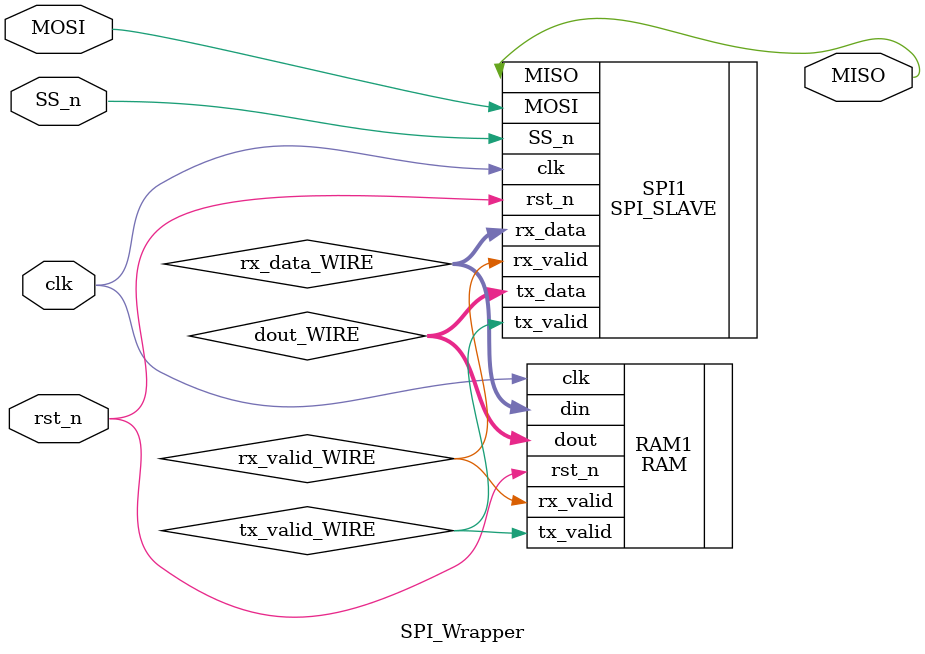
<source format=v>
module SPI_Wrapper(MOSI,MISO,SS_n,clk,rst_n);
//parameter
parameter MEM_DEPTH=256;
parameter ADDER_SIZE=8;
//states
input SS_n;
input MOSI,clk,rst_n;
output MISO;
wire [9:0]rx_data_WIRE;
wire rx_valid_WIRE;
wire [7:0]dout_WIRE;
wire tx_valid_WIRE;
RAM #(MEM_DEPTH,ADDER_SIZE) RAM1(.din(rx_data_WIRE),.rx_valid(rx_valid_WIRE),.clk(clk),.rst_n(rst_n),.dout(dout_WIRE),.tx_valid(tx_valid_WIRE));
SPI_SLAVE  SPI1(.MOSI(MOSI),.MISO(MISO),.SS_n(SS_n),.clk(clk),.rst_n(rst_n),.rx_data(rx_data_WIRE),.rx_valid(rx_valid_WIRE),.tx_data(dout_WIRE),.tx_valid(tx_valid_WIRE));
endmodule
</source>
